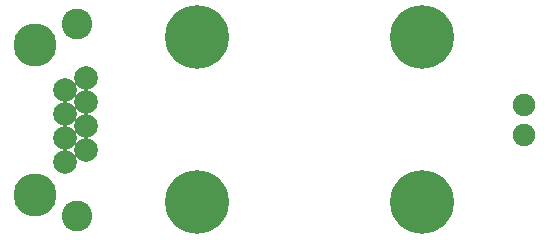
<source format=gbr>
G04 #@! TF.FileFunction,Soldermask,Bot*
%FSLAX46Y46*%
G04 Gerber Fmt 4.6, Leading zero omitted, Abs format (unit mm)*
G04 Created by KiCad (PCBNEW 4.0.7) date 06/27/18 15:59:39*
%MOMM*%
%LPD*%
G01*
G04 APERTURE LIST*
%ADD10C,0.150000*%
%ADD11C,2.600000*%
%ADD12C,3.650000*%
%ADD13C,2.000000*%
%ADD14C,1.900000*%
%ADD15C,5.400000*%
G04 APERTURE END LIST*
D10*
D11*
X31112000Y-27430000D03*
X31112000Y-43690000D03*
D12*
X27552000Y-29210000D03*
X27552000Y-41910000D03*
D13*
X30092000Y-35060000D03*
X30092000Y-37090000D03*
X31872000Y-34030000D03*
X31872000Y-36060000D03*
X31872000Y-32000000D03*
X30092000Y-33030000D03*
X31872000Y-38090000D03*
X30092000Y-39120000D03*
D14*
X68993000Y-34290000D03*
X68993000Y-36830000D03*
D15*
X41275000Y-28575000D03*
X41275000Y-42545000D03*
X60325000Y-28575000D03*
X60325000Y-42545000D03*
M02*

</source>
